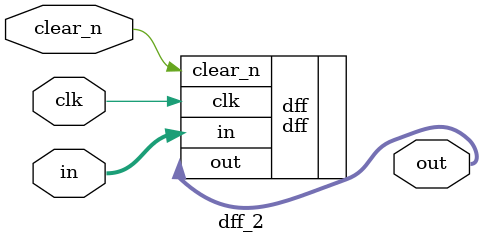
<source format=sv>
`ifndef __DFF_2_SV__
`define __DFF_2_SV__

`include "dff.sv"

module dff_2 #(
    parameter RESET_VALUE = 0
) (
    input logic clk, // Clock
    input logic clear_n, // Clear (active-low)
    input logic [1:0] in, // Input
    output logic [1:0] out // Output
);
    dff #(.DATA_WIDTH(2), .RESET_VALUE(RESET_VALUE)) dff(
        .clk(clk),
        .clear_n(clear_n),
        .in(in),
        .out(out)
    );

endmodule

`endif

</source>
